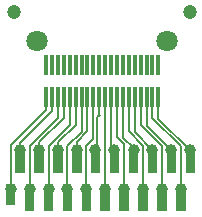
<source format=gtl>
G04 #@! TF.GenerationSoftware,KiCad,Pcbnew,(5.1.5)-3*
G04 #@! TF.CreationDate,2021-05-20T13:29:37-06:00*
G04 #@! TF.ProjectId,LoomConnector06,4c6f6f6d-436f-46e6-9e65-63746f723036,rev?*
G04 #@! TF.SameCoordinates,Original*
G04 #@! TF.FileFunction,Copper,L1,Top*
G04 #@! TF.FilePolarity,Positive*
%FSLAX46Y46*%
G04 Gerber Fmt 4.6, Leading zero omitted, Abs format (unit mm)*
G04 Created by KiCad (PCBNEW (5.1.5)-3) date 2021-05-20 13:29:37*
%MOMM*%
%LPD*%
G04 APERTURE LIST*
%ADD10C,0.100000*%
%ADD11C,1.200000*%
%ADD12C,1.800000*%
%ADD13R,0.300000X1.800000*%
%ADD14C,1.000000*%
%ADD15C,0.150000*%
G04 APERTURE END LIST*
D10*
G36*
X143300000Y-82150000D02*
G01*
X142500000Y-82150000D01*
X142500000Y-80350000D01*
X143300000Y-80350000D01*
X143300000Y-82150000D01*
G37*
G36*
X141700000Y-82150000D02*
G01*
X140900000Y-82150000D01*
X140900000Y-80350000D01*
X141700000Y-80350000D01*
X141700000Y-82150000D01*
G37*
G36*
X140100000Y-82150000D02*
G01*
X139300000Y-82150000D01*
X139300000Y-80350000D01*
X140100000Y-80350000D01*
X140100000Y-82150000D01*
G37*
G36*
X138500000Y-82150000D02*
G01*
X137700000Y-82150000D01*
X137700000Y-80350000D01*
X138500000Y-80350000D01*
X138500000Y-82150000D01*
G37*
G36*
X136900000Y-82150000D02*
G01*
X136100000Y-82150000D01*
X136100000Y-80350000D01*
X136900000Y-80350000D01*
X136900000Y-82150000D01*
G37*
G36*
X135300000Y-82150000D02*
G01*
X134500000Y-82150000D01*
X134500000Y-80350000D01*
X135300000Y-80350000D01*
X135300000Y-82150000D01*
G37*
G36*
X133700000Y-82150000D02*
G01*
X132900000Y-82150000D01*
X132900000Y-80350000D01*
X133700000Y-80350000D01*
X133700000Y-82150000D01*
G37*
G36*
X132100000Y-82150000D02*
G01*
X131300000Y-82150000D01*
X131300000Y-80350000D01*
X132100000Y-80350000D01*
X132100000Y-82150000D01*
G37*
G36*
X130500000Y-82150000D02*
G01*
X129700000Y-82150000D01*
X129700000Y-80350000D01*
X130500000Y-80350000D01*
X130500000Y-82150000D01*
G37*
G36*
X128900000Y-81650000D02*
G01*
X128100000Y-81650000D01*
X128100000Y-79850000D01*
X128900000Y-79850000D01*
X128900000Y-81650000D01*
G37*
G36*
X144100000Y-78900000D02*
G01*
X143300000Y-78900000D01*
X143300000Y-77100000D01*
X144100000Y-77100000D01*
X144100000Y-78900000D01*
G37*
G36*
X142500000Y-78900000D02*
G01*
X141700000Y-78900000D01*
X141700000Y-77100000D01*
X142500000Y-77100000D01*
X142500000Y-78900000D01*
G37*
G36*
X140900000Y-78900000D02*
G01*
X140100000Y-78900000D01*
X140100000Y-77100000D01*
X140900000Y-77100000D01*
X140900000Y-78900000D01*
G37*
G36*
X139300000Y-78900000D02*
G01*
X138500000Y-78900000D01*
X138500000Y-77100000D01*
X139300000Y-77100000D01*
X139300000Y-78900000D01*
G37*
G36*
X137700000Y-78900000D02*
G01*
X136900000Y-78900000D01*
X136900000Y-77100000D01*
X137700000Y-77100000D01*
X137700000Y-78900000D01*
G37*
G36*
X136100000Y-78900000D02*
G01*
X135300000Y-78900000D01*
X135300000Y-77100000D01*
X136100000Y-77100000D01*
X136100000Y-78900000D01*
G37*
G36*
X134500000Y-78900000D02*
G01*
X133700000Y-78900000D01*
X133700000Y-77100000D01*
X134500000Y-77100000D01*
X134500000Y-78900000D01*
G37*
G36*
X132900000Y-78900000D02*
G01*
X132100000Y-78900000D01*
X132100000Y-77100000D01*
X132900000Y-77100000D01*
X132900000Y-78900000D01*
G37*
G36*
X131300000Y-78900000D02*
G01*
X130500000Y-78900000D01*
X130500000Y-77100000D01*
X131300000Y-77100000D01*
X131300000Y-78900000D01*
G37*
G36*
X129700000Y-78900000D02*
G01*
X128900000Y-78900000D01*
X128900000Y-77100000D01*
X129700000Y-77100000D01*
X129700000Y-78900000D01*
G37*
D11*
X128800000Y-65250000D03*
X143700000Y-65250000D03*
D12*
X130750000Y-67700000D03*
X141750000Y-67700000D03*
D13*
X131500000Y-69750000D03*
X132000000Y-69750000D03*
X132500000Y-69750000D03*
X133000000Y-69750000D03*
X133500000Y-69750000D03*
X134000000Y-69750000D03*
X134500000Y-69750000D03*
X135000000Y-69750000D03*
X135500000Y-69750000D03*
X136000000Y-69750000D03*
X136500000Y-69750000D03*
X137000000Y-69750000D03*
X137500000Y-69750000D03*
X138000000Y-69750000D03*
X138500000Y-69750000D03*
X139000000Y-69750000D03*
X139500000Y-69750000D03*
X140000000Y-69750000D03*
X140500000Y-69750000D03*
X141000000Y-69750000D03*
X131500000Y-72500000D03*
X132000000Y-72500000D03*
X132500000Y-72500000D03*
X133000000Y-72500000D03*
X133500000Y-72500000D03*
X134000000Y-72500000D03*
X134500000Y-72500000D03*
X135000000Y-72500000D03*
X135500000Y-72500000D03*
X136000000Y-72500000D03*
X136500000Y-72500000D03*
X137000000Y-72500000D03*
X137500000Y-72500000D03*
X138000000Y-72500000D03*
X138500000Y-72500000D03*
X139000000Y-72500000D03*
X139500000Y-72500000D03*
X140000000Y-72500000D03*
X140500000Y-72500000D03*
X141000000Y-72500000D03*
D14*
X128500000Y-80250000D03*
X129300000Y-77000000D03*
X130100000Y-80250000D03*
X130900000Y-77000000D03*
X131700004Y-80250000D03*
X132500000Y-77000000D03*
X133300000Y-80250000D03*
X134100000Y-77000000D03*
X134899988Y-80250000D03*
X135656320Y-77000000D03*
X136500000Y-80250000D03*
X137275010Y-76996621D03*
X138100000Y-80250000D03*
X138900000Y-77000000D03*
X139700000Y-80250000D03*
X140500000Y-77000000D03*
X141300000Y-80250000D03*
X142100000Y-77000000D03*
X142900000Y-80250000D03*
X143700000Y-77000000D03*
D15*
X128500000Y-79472183D02*
X128500000Y-80250000D01*
X131500000Y-73550000D02*
X128500000Y-76550000D01*
X131500000Y-72500000D02*
X131500000Y-73550000D01*
X128500000Y-76550000D02*
X128500000Y-79472183D01*
X129326640Y-76973360D02*
X129300000Y-77000000D01*
X129326640Y-76332080D02*
X129326640Y-76973360D01*
X132000000Y-72500000D02*
X132000000Y-73658720D01*
X132000000Y-73658720D02*
X129326640Y-76332080D01*
X130100000Y-79472183D02*
X130100000Y-80250000D01*
X132500000Y-74252998D02*
X130100000Y-76652998D01*
X132500000Y-72500000D02*
X132500000Y-74252998D01*
X130100000Y-76652998D02*
X130100000Y-79472183D01*
X130900000Y-76323360D02*
X130900000Y-77000000D01*
X133000000Y-72500000D02*
X133000000Y-74223360D01*
X133000000Y-74223360D02*
X130900000Y-76323360D01*
X133500000Y-72500000D02*
X133500000Y-74852998D01*
X133500000Y-74852998D02*
X131700004Y-76652994D01*
X131700004Y-79472183D02*
X131700004Y-80250000D01*
X131700004Y-76652994D02*
X131700004Y-79472183D01*
X132500000Y-76313400D02*
X132500000Y-77000000D01*
X134000000Y-72500000D02*
X134000000Y-74813400D01*
X134000000Y-74813400D02*
X132500000Y-76313400D01*
X133300000Y-79472183D02*
X133300000Y-80250000D01*
X133300000Y-76652998D02*
X133300000Y-79472183D01*
X134500000Y-72500000D02*
X134500000Y-75452998D01*
X134500000Y-75452998D02*
X133300000Y-76652998D01*
X134100000Y-76278040D02*
X134100000Y-77000000D01*
X135000000Y-72500000D02*
X135000000Y-75378040D01*
X135000000Y-75378040D02*
X134100000Y-76278040D01*
X135500000Y-72500000D02*
X135500000Y-76009318D01*
X135500000Y-76009318D02*
X134881319Y-76627999D01*
X134899988Y-76646668D02*
X134899988Y-80250000D01*
X134881319Y-76627999D02*
X134899988Y-76646668D01*
X135763000Y-76836977D02*
X135599977Y-77000000D01*
X136000000Y-73973200D02*
X136017000Y-73990200D01*
X136000000Y-72500000D02*
X136000000Y-73973200D01*
X136017000Y-73990200D02*
X135800010Y-74207190D01*
X135800010Y-74207190D02*
X135800010Y-76133586D01*
X135800010Y-76133586D02*
X135763000Y-76170596D01*
X135763000Y-76170596D02*
X135763000Y-76836977D01*
X136500000Y-79542894D02*
X136500000Y-72500000D01*
X136500000Y-80250000D02*
X136500000Y-79542894D01*
X137000000Y-72500000D02*
X137000000Y-76721611D01*
X137000000Y-76721611D02*
X137275010Y-76996621D01*
X137500000Y-75894840D02*
X137500000Y-72500000D01*
X138100000Y-80250000D02*
X138100000Y-76494840D01*
X138100000Y-76494840D02*
X137500000Y-75894840D01*
X138000000Y-73550000D02*
X138000000Y-72500000D01*
X138000000Y-75932560D02*
X138000000Y-73550000D01*
X138900000Y-77000000D02*
X138900000Y-76832560D01*
X138900000Y-76832560D02*
X138000000Y-75932560D01*
X138500000Y-75397905D02*
X138500000Y-72500000D01*
X139700000Y-80250000D02*
X139700000Y-76597905D01*
X139700000Y-76597905D02*
X138500000Y-75397905D01*
X140500000Y-76973627D02*
X140500000Y-77000000D01*
X139000000Y-75473627D02*
X140500000Y-76973627D01*
X139000000Y-72500000D02*
X139000000Y-75473627D01*
X139500000Y-74852998D02*
X139500000Y-72500000D01*
X141300000Y-80250000D02*
X141300000Y-76652998D01*
X141300000Y-76652998D02*
X139500000Y-74852998D01*
X140000000Y-74900000D02*
X142100000Y-77000000D01*
X140000000Y-72500000D02*
X140000000Y-74900000D01*
X140500000Y-74252998D02*
X140500000Y-72500000D01*
X142900000Y-80250000D02*
X142900000Y-76652998D01*
X142900000Y-76652998D02*
X140500000Y-74252998D01*
X141000000Y-74300000D02*
X143700000Y-77000000D01*
X141000000Y-72500000D02*
X141000000Y-74300000D01*
M02*

</source>
